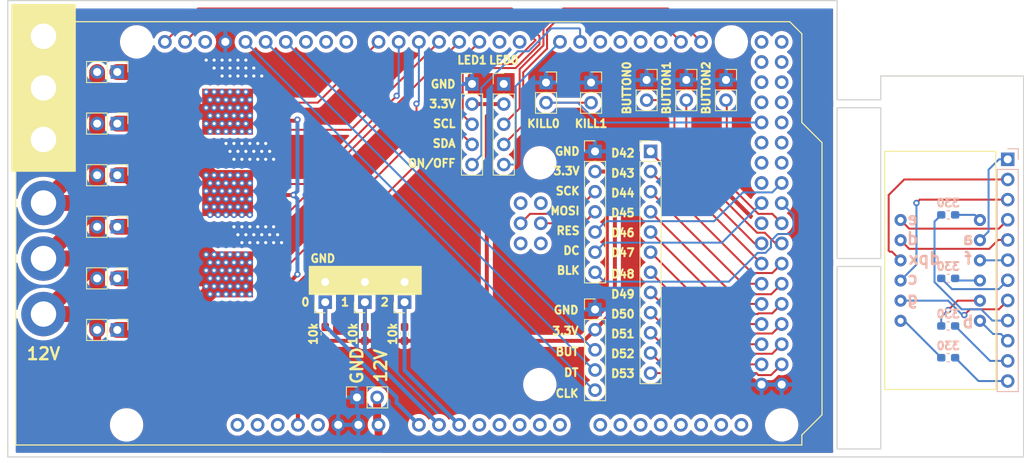
<source format=kicad_pcb>
(kicad_pcb (version 20211014) (generator pcbnew)
  (title_block (comment 4 "AISLER Project ID: KKXIVEQK"))
  (layers (0 "F.Cu" signal) (31 "B.Cu" signal) (34 "B.Paste" user) (35 "F.Paste" user) (36 "B.SilkS" user "B.Silkscreen") (37 "F.SilkS" user "F.Silkscreen") (38 "B.Mask" user) (39 "F.Mask" user) (44 "Edge.Cuts" user))
  (net 0 "")
  (net 1 "Net-(U1-Pad6)")
  (net 2 "Net-(U3-Pad6)")
  (net 3 "/MENU_BUTTON")
  (net 4 "/MENU_DT")
  (net 5 "/MENU_CLK")
  (net 9 "/TEMP_SPECIMEN")
  (net 24 "/TEC_LED0_IN")
  (net 25 "/TEC_LED1_IN")
  (net 26 "/TEC_COOLER_IN")
  (net 27 "/TEC_LED0_STATUS")
  (net 28 "/TEC_LED1_STATUS")
  (net 29 "/TEC_COOLER_STATUS")
  (net 37 "GND")
  (net 38 "+3V3")
  (net 39 "/SPI_SCK")
  (net 40 "/SPI_MOSI")
  (net 49 "/ISP_RES")
  (net 50 "/digit_pin3")
  (net 51 "/digit_pin2")
  (net 52 "/digit_pin1")
  (net 53 "/digit_pin0")
  (net 54 "/TEMP_LED0")
  (net 55 "/TEMP_LED1")
  (net 60 "Net-(R6-Pad2)")
  (net 61 "Net-(R7-Pad2)")
  (net 62 "Net-(R8-Pad2)")
  (net 63 "Net-(R9-Pad2)")
  (net 64 "+5V")
  (net 65 "/e")
  (net 66 "/d")
  (net 67 "/dpx")
  (net 68 "/c")
  (net 69 "/g")
  (net 70 "/b")
  (net 71 "/f")
  (net 72 "/a")
  (net 73 "/ISP_DC")
  (net 74 "/ISP_BLK")
  (net 77 "+12V")
  (net 78 "Net-(XA1-PadD42)")
  (net 79 "Net-(XA1-PadD43)")
  (net 80 "Net-(XA1-PadD44)")
  (net 81 "Net-(XA1-PadD45)")
  (net 82 "Net-(XA1-PadD46)")
  (net 83 "Net-(XA1-PadD47)")
  (net 85 "Net-(J11-Pad1)")
  (net 89 "Net-(XA1-PadD48)")
  (net 90 "Net-(XA1-PadD49)")
  (net 91 "Net-(XA1-PadD50)")
  (net 92 "Net-(XA1-PadD51)")
  (net 93 "Net-(XA1-PadD52)")
  (net 94 "Net-(XA1-PadD53)")
  (net 95 "/SPI_MISO")
  (net 97 "/LED0_I2C_SCL")
  (net 98 "/LED0_I2C_SDA")
  (net 99 "/LED0_ON{slash}OFF")
  (net 100 "/LED1_I2C_SCL")
  (net 101 "/LED1_I2C_SDA")
  (net 102 "/BUTTON0")
  (net 103 "/BUTTON1")
  (net 104 "/BUTTON2")
  (net 105 "/KILL0")
  (net 106 "/LED1_ON{slash}OFF")
  (footprint "Arduino:Arduino_Due_Shield" (layer "F.Cu") (at 110 123)
    (fp_text reference "XA1" hide)
    (fp_text value "Arduino_Due_Shield")
  )
  (footprint "Connector_PinSocket_2.54mm:PinSocket_1x02_P2.54mm_Vertical" (layer "F.Cu") (at 194.5 77)
    (fp_text reference "J18" hide)
    (fp_text value "BUTTON0")
  )
  (footprint "Connector_PinSocket_2.54mm:PinSocket_1x02_P2.54mm_Vertical" (layer "F.Cu") (at 189.5 77)
    (fp_text reference "J19" hide)
    (fp_text value "BUTTON1")
  )
  (footprint "Connector_PinSocket_2.54mm:PinSocket_1x02_P2.54mm_Vertical" (layer "F.Cu") (at 199.5 77)
    (fp_text reference "J20" hide)
    (fp_text value "BUTTON2")
  )
  (footprint "Connector_PinSocket_2.54mm:PinSocket_1x02_P2.54mm_Vertical" (layer "F.Cu") (at 176.825001 77.325001)
    (fp_text reference "J21" hide)
    (fp_text value "KILL0")
  )
  (footprint "Connector_PinSocket_2.54mm:PinSocket_1x02_P2.54mm_Vertical" (layer "F.Cu") (at 182.5 77.325001)
    (fp_text reference "J22" hide)
    (fp_text value "KILL1")
  )
  (footprint "Connector_PinSocket_2.54mm:PinSocket_1x02_P2.54mm_Vertical" (layer "F.Cu") (at 149 105 180)
    (fp_text reference "J1" hide)
    (fp_text value "TEMP_LED0")
  )
  (footprint "Connector_PinSocket_2.54mm:PinSocket_1x02_P2.54mm_Vertical" (layer "F.Cu") (at 154 105 180)
    (fp_text reference "J2" hide)
    (fp_text value "TEMP_LED1")
  )
  (footprint "Connector_PinSocket_2.54mm:PinSocket_1x02_P2.54mm_Vertical" (layer "F.Cu") (at 159 105 180)
    (fp_text reference "J3" hide)
    (fp_text value "TEMP_SPECIMEN")
  )
  (footprint "Resistor_SMD:R_0603_1608Metric_Pad1.05x0.95mm_HandSolder" (layer "F.Cu") (at 149 109 -90)
    (fp_text reference "R1" hide)
    (fp_text value "10k")
  )
  (footprint "Resistor_SMD:R_0603_1608Metric_Pad1.05x0.95mm_HandSolder" (layer "F.Cu") (at 154 109 -90)
    (fp_text reference "R2" hide)
    (fp_text value "10k")
  )
  (footprint "Resistor_SMD:R_0603_1608Metric_Pad1.05x0.95mm_HandSolder" (layer "F.Cu") (at 159 109 -90)
    (fp_text reference "R3" hide)
    (fp_text value "10k")
  )
  (footprint "Connector_PinSocket_2.54mm:PinSocket_1x02_P2.54mm_Vertical" (layer "F.Cu") (at 153 117 90)
    (fp_text reference "J7" hide)
    (fp_text value "POWER_12V")
  )
  (footprint "MountingHole:MountingHole_3.2mm_M3" (layer "F.Cu") (at 228 80.5)
    (fp_text reference "H11" hide)
    (fp_text value "MountingHole")
  )
  (footprint "MountingHole:MountingHole_3.2mm_M3" (layer "F.Cu") (at 228 120.5)
    (fp_text reference "H12" hide)
    (fp_text value "MountingHole")
  )
  (footprint "custom_lib:3461AS-1" (layer "F.Cu") (at 226.5 101 -90)
    (fp_text reference "U6" hide)
    (fp_text value "CC56-12EWA")
  )
  (footprint "Connector_PinHeader_2.54mm:PinHeader_1x12_P2.54mm_Vertical" (layer "F.Cu") (at 190 86)
    (fp_text reference "J14" hide)
    (fp_text value "DISPLAY")
  )
  (footprint "MountingHole:MountingHole_3.2mm_M3_DIN965_Pad_TopBottom" (layer "F.Cu") (at 113.5 71.5)
    (fp_text reference "H1" hide)
    (fp_text value "GND")
  )
  (footprint "Connector_PinHeader_2.54mm:PinHeader_1x02_P2.54mm_Vertical" (layer "F.Cu") (at 122.8 102 -90)
    (fp_text reference "J15" hide)
    (fp_text value "TEC3_COOLER")
  )
  (footprint "Connector_PinHeader_2.54mm:PinHeader_1x02_P2.54mm_Vertical" (layer "F.Cu") (at 122.8 95.5 -90)
    (fp_text reference "J11" hide)
    (fp_text value "TEC1_COOLER")
  )
  (footprint "MountingHole:MountingHole_3.2mm_M3_DIN965_Pad_TopBottom" (layer "F.Cu") (at 113.5 99.5)
    (fp_text reference "H3" hide)
    (fp_text value "12V")
  )
  (footprint "Connector_PinHeader_2.54mm:PinHeader_1x05_P2.54mm_Vertical" (layer "F.Cu") (at 171.5 77.5)
    (fp_text reference "J9" hide)
    (fp_text value "LED0_CONTROL")
  )
  (footprint "custom_lib:BTS3011" (layer "F.Cu") (at 136.7 81 90)
    (fp_text reference "U3" hide)
    (fp_text value "BTS3011")
  )
  (footprint "custom_lib:BTS3011" (layer "F.Cu") (at 136.7 101.5 90)
    (fp_text reference "U2" hide)
    (fp_text value "BTS3011")
  )
  (footprint "MountingHole:MountingHole_3.2mm_M3_DIN965_Pad_TopBottom" (layer "F.Cu") (at 113.5 84.5)
    (fp_text reference "H4" hide)
    (fp_text value "GND")
  )
  (footprint "Connector_PinHeader_2.54mm:PinHeader_1x02_P2.54mm_Vertical" (layer "F.Cu") (at 122.8 82.5 -90)
    (fp_text reference "J4" hide)
    (fp_text value "TEC_LED1")
  )
  (footprint "Connector_PinHeader_2.54mm:PinHeader_1x05_P2.54mm_Vertical" (layer "F.Cu") (at 167.5 77.5)
    (fp_text reference "J10" hide)
    (fp_text value "LED1_CONTROL")
  )
  (footprint "Connector_PinHeader_2.54mm:PinHeader_1x02_P2.54mm_Vertical" (layer "F.Cu") (at 122.8 76 -90)
    (fp_text reference "J5" hide)
    (fp_text value "TEC_LED0")
  )
  (footprint "Connector_PinHeader_2.54mm:PinHeader_1x02_P2.54mm_Vertical" (layer "F.Cu") (at 122.8 89 -90)
    (fp_text reference "J6" hide)
    (fp_text value "TEC0_COOLER")
  )
  (footprint "Connector_PinHeader_2.54mm:PinHeader_1x02_P2.54mm_Vertical" (layer "F.Cu") (at 122.8 108.5 -90)
    (fp_text reference "J12" hide)
    (fp_text value "TEC2_COOLER")
  )
  (footprint "MountingHole:MountingHole_3.2mm_M3_DIN965_Pad_TopBottom" (layer "F.Cu") (at 113.5 78)
    (fp_text reference "H6" hide)
    (fp_text value "GND")
  )
  (footprint "custom_lib:BTS3011" (layer "F.Cu") (at 136.7 91.25 90)
    (fp_text reference "U1" hide)
    (fp_text value "BTS3011")
  )
  (footprint "MountingHole:MountingHole_3.2mm_M3_DIN965_Pad_TopBottom" (layer "F.Cu") (at 113.5 92.5)
    (fp_text reference "H5" hide)
    (fp_text value "12V")
  )
  (footprint "Connector_PinHeader_2.54mm:PinHeader_1x05_P2.54mm_Vertical" (layer "F.Cu") (at 183 105.925)
    (fp_text reference "J16" hide)
    (fp_text value "MENU_BUTTON")
  )
  (footprint "Connector_PinHeader_2.54mm:PinHeader_1x07_P2.54mm_Vertical" (layer "F.Cu") (at 183 86)
    (fp_text reference "J8" hide)
    (fp_text value "ST7789_ISP_DISPLAY")
  )
  (footprint "MountingHole:MountingHole_3.2mm_M3_DIN965_Pad_TopBottom" (layer "F.Cu") (at 113.5 106.5)
    (fp_text reference "H2" hide)
    (fp_text value "12V")
  )
  (footprint "Resistor_SMD:R_0603_1608Metric_Pad1.05x0.95mm_HandSolder" (layer "B.Cu") (at 227.5 112 180)
    (fp_text reference "R9" hide)
    (fp_text value "330")
  )
  (footprint "Resistor_SMD:R_0603_1608Metric_Pad1.05x0.95mm_HandSolder" (layer "B.Cu") (at 227.5 108 180)
    (fp_text reference "R8" hide)
    (fp_text value "330")
  )
  (footprint "Resistor_SMD:R_0603_1608Metric_Pad1.05x0.95mm_HandSolder" (layer "B.Cu") (at 227.5 94)
    (fp_text reference "R6" hide)
    (fp_text value "330")
  )
  (footprint "Resistor_SMD:R_0603_1608Metric_Pad1.05x0.95mm_HandSolder" (layer "B.Cu") (at 227.5 102)
    (fp_text reference "R7" hide)
    (fp_text value "330")
  )
  (footprint "Connector_PinHeader_2.54mm:PinHeader_1x12_P2.54mm_Vertical" (layer "B.Cu") (at 235 87 180)
    (fp_text reference "J13" hide)
    (fp_text value "DISPLAY" hide)
  )
  (gr_rect (start 109.5 67.5) (end 117.5 88.5) (layer "F.SilkS") (width 0.15) (fill solid))
  (gr_poly (pts (xy 147 100.5) (xy 161.09 100.5) (xy 161.09 104) (xy 147 104)) (layer "F.SilkS") (width 0.15) (fill solid))
  (gr_line (start 219 123.5) (end 213.5 123.5) (layer "Edge.Cuts") (width 0.15))
  (gr_line (start 109 124.5) (end 109 67) (layer "Edge.Cuts") (width 0.15))
  (gr_line (start 213.5 99.5) (end 213.5 80.5) (layer "Edge.Cuts") (width 0.15))
  (gr_line (start 237 76.5) (end 219 76.5) (layer "Edge.Cuts") (width 0.15))
  (gr_line (start 213.5 123.5) (end 213.5 100.5) (layer "Edge.Cuts") (width 0.15))
  (gr_line (start 237 76.5) (end 237 124.5) (layer "Edge.Cuts") (width 0.15))
  (gr_line (start 219 100.5) (end 219 123.5) (layer "Edge.Cuts") (width 0.15))
  (gr_line (start 219 76.5) (end 219 79.5) (layer "Edge.Cuts") (width 0.15))
  (gr_line (start 213.5 80.5) (end 219 80.5) (layer "Edge.Cuts") (width 0.15))
  (gr_line (start 213.5 79.5) (end 213.5 67) (layer "Edge.Cuts") (width 0.15))
  (gr_line (start 219 79.5) (end 213.5 79.5) (layer "Edge.Cuts") (width 0.15))
  (gr_line (start 109 67) (end 213.5 67) (layer "Edge.Cuts") (width 0.15))
  (gr_line (start 109 124.5) (end 213.5 124.5) (layer "Edge.Cuts") (width 0.15))
  (gr_line (start 213.5 100.5) (end 219 100.5) (layer "Edge.Cuts") (width 0.15))
  (gr_line (start 219 80.5) (end 219 99.5) (layer "Edge.Cuts") (width 0.15))
  (gr_line (start 219 99.5) (end 213.5 99.5) (layer "Edge.Cuts") (width 0.15))
  (gr_line (start 237 124.5) (end 213.5 124.5) (layer "Edge.Cuts") (width 0.15))
  (gr_text "a" (at 230 97) (layer "B.SilkS") (effects (font (size 1.5 1.5) (thickness 0.3)) (justify mirror)))
  (gr_text "330" (at 227.5 92.5) (layer "B.SilkS") (effects (font (size 1 1) (thickness 0.25)) (justify mirror)))
  (gr_text "330" (at 227.5 110.5) (layer "B.SilkS") (effects (font (size 1 1) (thickness 0.25)) (justify mirror)))
  (gr_text "f" (at 230 99.5) (layer "B.SilkS") (effects (font (size 1.5 1.5) (thickness 0.3)) (justify mirror)))
  (gr_text "g" (at 223 104.5) (layer "B.SilkS") (effects (font (size 1.5 1.5) (thickness 0.3)) (justify mirror)))
  (gr_text "b" (at 230 107.5) (layer "B.SilkS") (effects (font (size 1.5 1.5) (thickness 0.3)) (justify mirror)))
  (gr_text "c" (at 223 102) (layer "B.SilkS") (effects (font (size 1.5 1.5) (thickness 0.3)) (justify mirror)))
  (gr_text "330" (at 227.5 100.5) (layer "B.SilkS") (effects (font (size 1 1) (thickness 0.25)) (justify mirror)))
  (gr_text "330" (at 227.5 106.5) (layer "B.SilkS") (effects (font (size 1 1) (thickness 0.25)) (justify mirror)))
  (gr_text "dpx" (at 224.5 99.5) (layer "B.SilkS") (effects (font (size 1.5 1.5) (thickness 0.3)) (justify mirror)))
  (gr_text "d" (at 223 97) (layer "B.SilkS") (effects (font (size 1.5 1.5) (thickness 0.3)) (justify mirror)))
  (gr_text "e" (at 223 94.5) (layer "B.SilkS") (effects (font (size 1.5 1.5) (thickness 0.3)) (justify mirror)))
  (gr_text "KILL0" (at 176.5 82.5) (layer "F.SilkS") (effects (font (size 1 1) (thickness 0.25))))
  (gr_text "BUTTON0" (at 187 78 90) (layer "F.SilkS") (effects (font (size 1 1) (thickness 0.25))))
  (gr_text "BUTTON2" (at 197 78 90) (layer "F.SilkS") (effects (font (size 1 1) (thickness 0.25))))
  (gr_text "GND" (at 148.7 99.5) (layer "F.SilkS") (effects (font (size 1 1) (thickness 0.25))))
  (gr_text "0" (at 146.5 105) (layer "F.SilkS") (effects (font (size 1 1) (thickness 0.25))))
  (gr_text "D49" (at 186.5 104) (layer "F.SilkS") (effects (font (size 1 1) (thickness 0.25))))
  (gr_text "D48" (at 186.5 101.46) (layer "F.SilkS") (effects (font (size 1 1) (thickness 0.25))))
  (gr_text "D42" (at 186.5 86.22) (layer "F.SilkS") (effects (font (size 1 1) (thickness 0.25))))
  (gr_text "D44" (at 186.5 91.26) (layer "F.SilkS") (effects (font (size 1 1) (thickness 0.25))))
  (gr_text "D43" (at 186.5 88.76) (layer "F.SilkS") (effects (font (size 1 1) (thickness 0.25))))
  (gr_text "D46" (at 186.5 96.26) (layer "F.SilkS") (effects (font (size 1 1) (thickness 0.25))))
  (gr_text "D45" (at 186.5 93.76) (layer "F.SilkS") (effects (font (size 1 1) (thickness 0.25))))
  (gr_text "D47" (at 186.5 98.76) (layer "F.SilkS") (effects (font (size 1 1) (thickness 0.25))))
  (gr_text "10k" (at 147.5 109 90) (layer "F.SilkS") (effects (font (size 1 1) (thickness 0.25))))
  (gr_text "GND" (at 153 113 90) (layer "F.SilkS") (effects (font (size 1.5 1.5) (thickness 0.3))))
  (gr_text "12V" (at 156 113 90) (layer "F.SilkS") (effects (font (size 1.5 1.5) (thickness 0.3))))
  (gr_text "2" (at 156.5 105) (layer "F.SilkS") (effects (font (size 1 1) (thickness 0.25))))
  (gr_text "1" (at 151.5 105) (layer "F.SilkS") (effects (font (size 1 1) (thickness 0.25))))
  (gr_text "DT" (at 180 113.875) (layer "F.SilkS") (effects (font (size 1 1) (thickness 0.25))))
  (gr_text "ON/OFF" (at 162.428572 87.5) (layer "F.SilkS") (effects (font (size 1 1) (thickness 0.25))))
  (gr_text "D50" (at 186.5 106.5) (layer "F.SilkS") (effects (font (size 1 1) (thickness 0.25))))
  (gr_text "3.3V" (at 179.261905 108.625) (layer "F.SilkS") (effects (font (size 1 1) (thickness 0.25))))
  (gr_text "KILL1" (at 182.5 82.5) (layer "F.SilkS") (effects (font (size 1 1) (thickness 0.25))))
  (gr_text "DC" (at 180.02381 98.5) (layer "F.SilkS") (effects (font (size 1 1) (thickness 0.25))))
  (gr_text "GND" (at 179.357143 106) (layer "F.SilkS") (effects (font (size 1 1) (thickness 0.25))))
  (gr_text "GND" (at 163.857143 77.529232) (layer "F.SilkS") (effects (font (size 1 1) (thickness 0.25))))
  (gr_text "10k" (at 152.5 109 90) (layer "F.SilkS") (effects (font (size 1 1) (thickness 0.25))))
  (gr_text "SCK" (at 179.547619 91) (layer "F.SilkS") (effects (font (size 1 1) (thickness 0.25))))
  (gr_text "RES" (at 179.595238 96) (layer "F.SilkS") (effects (font (size 1 1) (thickness 0.25))))
  (gr_text "SDA" (at 163.976191 85.007308) (layer "F.SilkS") (effects (font (size 1 1) (thickness 0.25))))
  (gr_text "12V" (at 113.5 111.5) (layer "F.SilkS") (effects (font (size 1.5 1.5) (thickness 0.3))))
  (gr_text "D52" (at 186.5 111.5) (layer "F.SilkS") (effects (font (size 1 1) (thickness 0.25))))
  (gr_text "SCL" (at 164 82.514616) (layer "F.SilkS") (effects (font (size 1 1) (thickness 0.25))))
  (gr_text "LED0" (at 171.5 74.5) (layer "F.SilkS") (effects (font (size 1 1) (thickness 0.25))))
  (gr_text "CLK" (at 179.476191 116.5) (layer "F.SilkS") (effects (font (size 1 1) (thickness 0.25))))
  (gr_text "BUT\n" (at 179.476191 111.25) (layer "F.SilkS") (effects (font (size 1 1) (thickness 0.25))))
  (gr_text "D53" (at 186.5 114) (layer "F.SilkS") (effects (font (size 1 1) (thickness 0.25))))
  (gr_text "10k" (at 157.5 109 90) (layer "F.SilkS") (effects (font (size 1 1) (thickness 0.25))))
  (gr_text "MOSI" (at 179.214286 93.5) (layer "F.SilkS") (effects (font (size 1 1) (thickness 0.25))))
  (gr_text "LED1" (at 167.5 74.5) (layer "F.SilkS") (effects (font (size 1 1) (thickness 0.25))))
  (gr_text "GND" (at 179.5 86) (layer "F.SilkS") (effects (font (size 1 1) (thickness 0.25))))
  (gr_text "D51" (at 186.5 109) (layer "F.SilkS") (effects (font (size 1 1) (thickness 0.25))))
  (gr_text "BLK" (at 179.619048 101) (layer "F.SilkS") (effects (font (size 1 1) (thickness 0.25))))
  (gr_text "BUTTON1" (at 192 78 90) (layer "F.SilkS") (effects (font (size 1 1) (thickness 0.25))))
  (gr_text "3.3V" (at 179.404762 88.470768) (layer "F.SilkS") (effects (font (size 1 1) (thickness 0.25))))
  (gr_text "3.3V" (at 163.761905 80.021924) (layer "F.SilkS") (effects (font (size 1 1) (thickness 0.25))))
  (segment (start 127.95 82.5) (end 136.7 91.25) (width 2) (layer "F.Cu") (net 1))
  (segment (start 122.8 82.5) (end 127.95 82.5) (width 2) (layer "F.Cu") (net 1))
  (via (at 134.5 92) (size 0.8) (drill 0.4) (layers "F.Cu" "B.Cu") (net 1))
  (via (at 137.5 92) (size 0.8) (drill 0.4) (layers "F.Cu" "B.Cu") (net 1))
  (via (at 139 91) (size 0.8) (drill 0.4) (layers "F.Cu" "B.Cu") (net 1))
  (via (at 134.5 90) (size 0.8) (drill 0.4) (layers "F.Cu" "B.Cu") (net 1))
  (via (at 137 89) (size 0.8) (drill 0.4) (layers "F.Cu" "B.Cu") (net 1))
  (via (at 139 93) (size 0.8) (drill 0.4) (layers "F.Cu" "B.Cu") (net 1))
  (via (at 135 91) (size 0.8) (drill 0.4) (layers "F.Cu" "B.Cu") (net 1))
  (via (at 137.5 94) (size 0.8) (drill 0.4) (layers "F.Cu" "B.Cu") (net 1))
  (via (at 134 91) (size 0.8) (drill 0.4) (layers "F.Cu" "B.Cu") (net 1))
  (via (at 139.5 92) (size 0.8) (drill 0.4) (layers "F.Cu" "B.Cu") (net 1))
  (via (at 135.5 92) (size 0.8) (drill 0.4) (layers "F.Cu" "B.Cu") (net 1))
  (via (at 138 91) (size 0.8) (drill 0.4) (layers "F.Cu" "B.Cu") (net 1))
  (via (at 135.5 94) (size 0.8) (drill 0.4) (layers "F.Cu" "B.Cu") (net 1))
  (via (at 135.5 90) (size 0.8) (drill 0.4) (layers "F.Cu" "B.Cu") (net 1))
  (via (at 138.5 94) (size 0.8) (drill 0.4) (layers "F.Cu" "B.Cu") (net 1))
  (via (at 139 89) (size 0.8) (drill 0.4) (layers "F.Cu" "B.Cu") (net 1))
  (via (at 134.5 94) (size 0.8) (drill 0.4) (layers "F.Cu" "B.Cu") (net 1))
  (via (at 136.5 92) (size 0.8) (drill 0.4) (layers "F.Cu" "B.Cu") (net 1))
  (via (at 138.5 90) (size 0.8) (drill 0.4) (layers "F.Cu" "B.Cu") (net 1))
  (via (at 138 93) (size 0.8) (drill 0.4) (layers "F.Cu" "B.Cu") (net 1))
  (via (at 134 93) (size 0.8) (drill 0.4) (layers "F.Cu" "B.Cu") (net 1))
  (via (at 135 93) (size 0.8) (drill 0.4) (layers "F.Cu" "B.Cu") (net 1))
  (via (at 136 91) (size 0.8) (drill 0.4) (layers "F.Cu" "B.Cu") (net 1))
  (via (at 135 89) (size 0.8) (drill 0.4) (layers "F.Cu" "B.Cu") (net 1))
  (via (at 137 93) (size 0.8) (drill 0.4) (layers "F.Cu" "B.Cu") (net 1))
  (via (at 136.5 94) (size 0.8) (drill 0.4) (layers "F.Cu" "B.Cu") (net 1))
  (via (at 138 89) (size 0.8) (drill 0.4) (layers "F.Cu" "B.Cu") (net 1))
  (via (at 137.5 90) (size 0.8) (drill 0.4) (layers "F.Cu" "B.Cu") (net 1))
  (via (at 139.5 90) (size 0.8) (drill 0.4) (layers "F.Cu" "B.Cu") (net 1))
  (via (at 136 89) (size 0.8) (drill 0.4) (layers "F.Cu" "B.Cu") (net 1))
  (via (at 134 89) (size 0.8) (drill 0.4) (layers "F.Cu" "B.Cu") (net 1))
  (via (at 136 93) (size 0.8) (drill 0.4) (layers "F.Cu" "B.Cu") (net 1))
  (via (at 139.5 94) (size 0.8) (drill 0.4) (layers "F.Cu" "B.Cu") (net 1))
  (via (at 136.5 90) (size 0.8) (drill 0.4) (layers "F.Cu" "B.Cu") (net 1))
  (via (at 138.5 92) (size 0.8) (drill 0.4) (layers "F.Cu" "B.Cu") (net 1))
  (via (at 137 91) (size 0.8) (drill 0.4) (layers "F.Cu" "B.Cu") (net 1))
  (segment (start 126.3 76) (end 131.3 81) (width 2) (layer "F.Cu") (net 2))
  (segment (start 122.8 76) (end 126.3 76) (width 2) (layer "F.Cu") (net 2))
  (segment (start 131.3 81) (end 136.7 81) (width 2) (layer "F.Cu") (net 2))
  (via (at 138.5 83.5) (size 0.8) (drill 0.4) (layers "F.Cu" "B.Cu") (net 2))
  (via (at 136.5 83.5) (size 0.8) (drill 0.4) (layers "F.Cu" "B.Cu") (net 2))
  (via (at 134.5 79.5) (size 0.8) (drill 0.4) (layers "F.Cu" "B.Cu") (net 2))
  (via (at 139.5 83.5) (size 0.8) (drill 0.4) (layers "F.Cu" "B.Cu") (net 2))
  (via (at 138.5 81.5) (size 0.8) (drill 0.4) (layers "F.Cu" "B.Cu") (net 2))
  (via (at 138.5 79.5) (size 0.8) (drill 0.4) (layers "F.Cu" "B.Cu") (net 2))
  (via (at 136 78.5) (size 0.8) (drill 0.4) (layers "F.Cu" "B.Cu") (net 2))
  (via (at 134 80.5) (size 0.8) (drill 0.4) (layers "F.Cu" "B.Cu") (net 2))
  (via (at 139.5 79.5) (size 0.8) (drill 0.4) (layers "F.Cu" "B.Cu") (net 2))
  (via (at 136 80.5) (size 0.8) (drill 0.4) (layers "F.Cu" "B.Cu") (net 2))
  (via (at 137.5 81.5) (size 0.8) (drill 0.4) (layers "F.Cu" "B.Cu") (net 2))
  (via (at 134 78.5) (size 0.8) (drill 0.4) (layers "F.Cu" "B.Cu") (net 2))
  (via (at 134.5 83.5) (size 0.8) (drill 0.4) (layers "F.Cu" "B.Cu") (net 2))
  (via (at 134 82.5) (size 0.8) (drill 0.4) (layers "F.Cu" "B.Cu") (net 2))
  (via (at 138 80.5) (size 0.8) (drill 0.4) (layers "F.Cu" "B.Cu") (net 2))
  (via (at 138 82.5) (size 0.8) (drill 0.4) (layers "F.Cu" "B.Cu") (net 2))
  (via (at 137 80.5) (size 0.8) (drill 0.4) (layers "F.Cu" "B.Cu") (net 2))
  (via (at 134.5 81.5) (size 0.8) (drill 0.4) (layers "F.Cu" "B.Cu") (net 2))
  (via (at 139.5 81.5) (size 0.8) (drill 0.4) (layers "F.Cu" "B.Cu") (net 2))
  (via (at 135 80.5) (size 0.8) (drill 0.4) (layers "F.Cu" "B.Cu") (net 2))
  (via (at 138 78.5) (size 0.8) (drill 0.4) (layers "F.Cu" "B.Cu") (net 2))
  (via (at 136.5 81.5) (size 0.8) (drill 0.4) (layers "F.Cu" "B.Cu") (net 2))
  (via (at 135 78.5) (size 0.8) (drill 0.4) (layers "F.Cu" "B.Cu") (net 2))
  (via (at 139 78.5) (size 0.8) (drill 0.4) (layers "F.Cu" "B.Cu") (net 2))
  (via (at 135.5 83.5) (size 0.8) (drill 0.4) (layers "F.Cu" "B.Cu") (net 2))
  (via (at 137 78.5) (size 0.8) (drill 0.4) (layers "F.Cu" "B.Cu") (net 2))
  (via (at 139 82.5) (size 0.8) (drill 0.4) (layers "F.Cu" "B.Cu") (net 2))
  (via (at 136.5 79.5) (size 0.8) (drill 0.4) (layers "F.Cu" "B.Cu") (net 2))
  (via (at 137 82.5) (size 0.8) (drill 0.4) (layers "F.Cu" "B.Cu") (net 2))
  (via (at 137.5 79.5) (size 0.8) (drill 0.4) (layers "F.Cu" "B.Cu") (net 2))
  (via (at 135.5 79.5) (size 0.8) (drill 0.4) (layers "F.Cu" "B.Cu") (net 2))
  (via (at 135 82.5) (size 0.8) (drill 0.4) (layers "F.Cu" "B.Cu") (net 2))
  (via (at 139 80.5) (size 0.8) (drill 0.4) (layers "F.Cu" "B.Cu") (net 2))
  (via (at 137.5 83.5) (size 0.8) (drill 0.4) (layers "F.Cu" "B.Cu") (net 2))
  (via (at 135.5 81.5) (size 0.8) (drill 0.4) (layers "F.Cu" "B.Cu") (net 2))
  (via (at 136 82.5) (size 0.8) (drill 0.4) (layers "F.Cu" "B.Cu") (net 2))
  (segment (start 182.841 111.005) (end 183 111.005) (width 0.25) (layer "B.Cu") (net 3))
  (segment (start 144.036 72.2) (end 182.841 111.005) (width 0.25) (layer "B.Cu") (net 3))
  (segment (start 141.496 72.2) (end 182.841 113.545) (width 0.25) (layer "B.Cu") (net 4))
  (segment (start 182.841 113.545) (end 183 113.545) (width 0.25) (layer "B.Cu") (net 4))
  (segment (start 182.841 116.085) (end 183 116.085) (width 0.25) (layer "B.Cu") (net 5))
  (segment (start 138.956 72.2) (end 182.841 116.085) (width 0.25) (layer "B.Cu") (net 5))
  (segment (start 159 105) (end 159 108.125) (width 0.5) (layer "F.Cu") (net 9))
  (segment (start 159 113.58) (end 165.88 120.46) (width 0.5) (layer "B.Cu") (net 9))
  (segment (start 159 105) (end 159 113.58) (width 0.5) (layer "B.Cu") (net 9))
  (segment (start 143 83.28) (end 152.26 83.28) (width 0.25) (layer "F.Cu") (net 24))
  (segment (start 152.26 83.28) (end 163.34 72.2) (width 0.25) (layer "F.Cu") (net 24))
  (segment (start 165.88 72.2) (end 144.55 93.53) (width 0.25) (layer "F.Cu") (net 25))
  (segment (start 144.55 93.53) (end 143 93.53) (width 0.25) (layer "F.Cu") (net 25))
  (segment (start 161.565 86.565) (end 144.35 103.78) (width 0.25) (layer "F.Cu") (net 26))
  (segment (start 168.42 72.2) (end 161.565 79.055) (width 0.25) (layer "F.Cu") (net 26))
  (segment (start 161.565 79.055) (end 161.565 86.565) (width 0.25) (layer "F.Cu") (net 26))
  (segment (start 144.35 103.78) (end 143 103.78) (width 0.25) (layer "F.Cu") (net 26))
  (segment (start 155.72 72.2) (end 148.06 79.86) (width 0.25) (layer "F.Cu") (net 27))
  (segment (start 148.06 79.86) (end 143 79.86) (width 0.25) (layer "F.Cu") (net 27))
  (segment (start 146.89 90.11) (end 158 79) (width 0.25) (layer "F.Cu") (net 28))
  (segment (start 143 90.11) (end 146.89 90.11) (width 0.25) (layer "F.Cu") (net 28))
  (via (at 158 79) (size 0.8) (drill 0.4) (layers "F.Cu" "B.Cu") (net 28))
  (segment (start 158 79) (end 158.26 78.74) (width 0.25) (layer "B.Cu") (net 28))
  (segment (start 158.26 78.74) (end 158.26 72.2) (width 0.25) (layer "B.Cu") (net 28))
  (segment (start 143 100.36) (end 144.35 100.36) (width 0.25) (layer "F.Cu") (net 29))
  (segment (start 144.35 100.36) (end 160.5 84.21) (width 0.25) (layer "F.Cu") (net 29))
  (segment (start 160.5 84.21) (end 160.5 80) (width 0.25) (layer "F.Cu") (net 29))
  (via (at 160.5 80) (size 0.8) (drill 0.4) (layers "F.Cu" "B.Cu") (net 29))
  (segment (start 160.5 80) (end 160.8 79.7) (width 0.25) (layer "B.Cu") (net 29))
  (segment (start 160.8 79.7) (end 160.8 72.2) (width 0.25) (layer "B.Cu") (net 29))
  (via (at 141 86) (size 0.8) (drill 0.4) (layers "F.Cu" "B.Cu") (net 37))
  (via (at 140.5 97.5) (size 0.8) (drill 0.4) (layers "F.Cu" "B.Cu") (net 37))
  (via (at 139 75.5) (size 0.8) (drill 0.4) (layers "F.Cu" "B.Cu") (net 37))
  (via (at 134 74.5) (size 0.8) (drill 0.4) (layers "F.Cu" "B.Cu") (net 37))
  (via (at 140.5 85) (size 0.8) (drill 0.4) (layers "F.Cu" "B.Cu") (net 37))
  (via (at 137 75.5) (size 0.8) (drill 0.4) (layers "F.Cu" "B.Cu") (net 37))
  (via (at 135 74.5) (size 0.8) (drill 0.4) (layers "F.Cu" "B.Cu") (net 37))
  (via (at 141.5 85) (size 0.8) (drill 0.4) (layers "F.Cu" "B.Cu") (net 37))
  (via (at 136 74.5) (size 0.8) (drill 0.4) (layers "F.Cu" "B.Cu") (net 37))
  (via (at 139 74.5) (size 0.8) (drill 0.4) (layers "F.Cu" "B.Cu") (net 37))
  (via (at 135 75.5) (size 0.8) (drill 0.4) (layers "F.Cu" "B.Cu") (net 37))
  (via (at 141.5 97.5) (size 0.8) (drill 0.4) (layers "F.Cu" "B.Cu") (net 37))
  (via (at 138 76.5) (size 0.8) (drill 0.4) (layers "F.Cu" "B.Cu") (net 37))
  (via (at 143 96.5) (size 0.8) (drill 0.4) (layers "F.Cu" "B.Cu") (net 37))
  (via (at 143.5 97.5) (size 0.8) (drill 0.4) (layers "F.Cu" "B.Cu") (net 37))
  (via (at 141 96.5) (size 0.8) (drill 0.4) (layers "F.Cu" "B.Cu") (net 37))
  (via (at 138 74.5) (size 0.8) (drill 0.4) (layers "F.Cu" "B.Cu") (net 37))
  (via (at 141.5 95.5) (size 0.8) (drill 0.4) (layers "F.Cu" "B.Cu") (net 37))
  (via (at 142 96.5) (size 0.8) (drill 0.4) (layers "F.Cu" "B.Cu") (net 37))
  (via (at 137 76.5) (size 0.8) (drill 0.4) (layers "F.Cu" "B.Cu") (net 37))
  (via (at 137 74.5) (size 0.8) (drill 0.4) (layers "F.Cu" "B.Cu") (net 37))
  (via (at 142.5 87) (size 0.8) (drill 0.4) (layers "F.Cu" "B.Cu") (net 37))
  (via (at 138.5 97.5) (size 0.8) (drill 0.4) (layers "F.Cu" "B.Cu") (net 37))
  (via (at 137.5 87) (size 0.8) (drill 0.4) (layers "F.Cu" "B.Cu") (net 37))
  (via (at 141.5 87) (size 0.8) (drill 0.4) (layers "F.Cu" "B.Cu") (net 37))
  (via (at 137.5 85) (size 0.8) (drill 0.4) (layers "F.Cu" "B.Cu") (net 37))
  (via (at 136 76.5) (size 0.8) (drill 0.4) (layers "F.Cu" "B.Cu") (net 37))
  (via (at 138 75.5) (size 0.8) (drill 0.4) (layers "F.Cu" "B.Cu") (net 37))
  (via (at 140 75.5) (size 0.8) (drill 0.4) (layers "F.Cu" "B.Cu") (net 37))
  (via (at 139.5 97.5) (size 0.8) (drill 0.4) (layers "F.Cu" "B.Cu") (net 37))
  (via (at 142 86) (size 0.8) (drill 0.4) (layers "F.Cu" "B.Cu") (net 37))
  (via (at 138.5 85) (size 0.8) (drill 0.4) (layers "F.Cu" "B.Cu") (net 37))
  (via (at 139.5 85) (size 0.8) (drill 0.4) (layers "F.Cu" "B.Cu") (net 37))
  (via (at 138 86) (size 0.8) (drill 0.4) (layers "F.Cu" "B.Cu") (net 37))
  (via (at 138.5 87) (size 0.8) (drill 0.4) (layers "F.Cu" "B.Cu") (net 37))
  (via (at 139.5 87) (size 0.8) (drill 0.4) (layers "F.Cu" "B.Cu") (net 37))
  (via (at 141 76.5) (size 0.8) (drill 0.4) (layers "F.Cu" "B.Cu") (net 37))
  (via (at 137 86) (size 0.8) (drill 0.4) (layers "F.Cu" "B.Cu") (net 37))
  (via (at 138 96.5) (size 0.8) (drill 0.4) (layers "F.Cu" "B.Cu") (net 37))
  (via (at 140 76.5) (size 0.8) (drill 0.4) (layers "F.Cu" "B.Cu") (net 37))
  (via (at 142.5 97.5) (size 0.8) (drill 0.4) (layers "F.Cu" "B.Cu") (net 37))
  (via (at 140.5 87) (size 0.8) (drill 0.4) (layers "F.Cu" "B.Cu") (net 37))
  (via (at 139 76.5) (size 0.8) (drill 0.4) (layers "F.Cu" "B.Cu") (net 37))
  (via (at 139 86) (size 0.8) (drill 0.4) (layers "F.Cu" "B.Cu") (net 37))
  (via (at 136 75.5) (size 0.8) (drill 0.4) (layers "F.Cu" "B.Cu") (net 37))
  (via (at 139 96.5) (size 0.8) (drill 0.4) (layers "F.Cu" "B.Cu") (net 37))
  (via (at 142.5 95.5) (size 0.8) (drill 0.4) (layers "F.Cu" "B.Cu") (net 37))
  (via (at 140 96.5) (size 0.8) (drill 0.4) (layers "F.Cu" "B.Cu") (net 37))
  (via (at 136.5 85) (size 0.8) (drill 0.4) (layers "F.Cu" "B.Cu") (net 37))
  (via (at 137.5 95.5) (size 0.8) (drill 0.4) (layers "F.Cu" "B.Cu") (net 37))
  (via (at 139.5 95.5) (size 0.8) (drill 0.4) (layers "F.Cu" "B.Cu") (net 37))
  (via (at 138.5 95.5) (size 0.8) (drill 0.4) (layers "F.Cu" "B.Cu") (net 37))
  (via (at 140 86) (size 0.8) (drill 0.4) (layers "F.Cu" "B.Cu") (net 37))
  (via (at 140.5 95.5) (size 0.8) (drill 0.4) (layers "F.Cu" "B.Cu") (net 37))
  (segment (start 169.54 81.384996) (end 169.364997 81.559999) (width 0.5) (layer "F.Cu") (net 38))
  (segment (start 183 88.54) (end 185.04 88.54) (width 0.5) (layer "F.Cu") (net 38))
  (segment (start 169.54 80.04) (end 169.54 81.384996) (width 0.5) (layer "F.Cu") (net 38))
  (segment (start 168.625 109.875) (end 181.59 109.875) (width 0.5) (layer "F.Cu") (net 38))
  (segment (start 143 102.64) (end 144.36 102.64) (width 0.5) (layer "F.Cu") (net 38))
  (segment (start 145.56 120.46) (end 145.56 113.315) (width 0.5) (layer "F.Cu") (net 38))
  (segment (start 145.56 110.56) (end 145.56 120.46) (width 0.5) (layer "F.Cu") (net 38))
  (segment (start 185.5 105.965) (end 183 108.465) (width 0.5) (layer "F.Cu") (net 38))
  (segment (start 169.364997 81.559999) (end 169.364997 109.135003) (width 0.5) (layer "F.Cu") (net 38))
  (segment (start 141 103) (end 141 106) (width 0.5) (layer "F.Cu") (net 38))
  (segment (start 143.89 91.5) (end 143 92.39) (width 0.5) (layer "F.Cu") (net 38))
  (segment (start 181.59 109.875) (end 183 108.465) (width 0.5) (layer "F.Cu") (net 38))
  (segment (start 145.36 82.14) (end 145.5 82) (width 0.5) (layer "F.Cu") (net 38))
  (segment (start 144.36 102.64) (end 145.5 101.5) (width 0.5) (layer "F.Cu") (net 38))
  (segment (start 185.5 89) (end 185.5 105.965) (width 0.5) (layer "F.Cu") (net 38))
  (segment (start 141 106) (end 145.56 110.56) (width 0.5) (layer "F.Cu") (net 38))
  (segment (start 149 109.875) (end 168.625 109.875) (width 0.5) (layer "F.Cu") (net 38))
  (segment (start 141.36 102.64) (end 141 103) (width 0.5) (layer "F.Cu") (net 38))
  (segment (start 145 91.5) (end 143.89 91.5) (width 0.5) (layer "F.Cu") (net 38))
  (segment (start 167.5 80.04) (end 169.54 80.04) (width 0.5) (layer "F.Cu") (net 38))
  (segment (start 143 102.64) (end 141.36 102.64) (width 0.5) (layer "F.Cu") (net 38))
  (segment (start 169.364997 109.135003) (end 168.625 109.875) (width 0.5) (layer "F.Cu") (net 38))
  (segment (start 169.54 80.04) (end 171.5 80.04) (width 0.5) (layer "F.Cu") (net 38))
  (segment (start 148.315 110.56) (end 149 109.875) (width 0.5) (layer "F.Cu") (net 38))
  (segment (start 185.04 88.54) (end 185.5 89) (width 0.5) (layer "F.Cu") (net 38))
  (segment (start 145.56 110.56) (end 148.315 110.56) (width 0.5) (layer "F.Cu") (net 38))
  (segment (start 143 82.14) (end 145.36 82.14) (width 0.5) (layer "F.Cu") (net 38))
  (via (at 145.5 101.5) (size 0.8) (drill 0.4) (layers "F.Cu" "B.Cu") (net 38))
  (via (at 145 91.5) (size 0.8) (drill 0.4) (layers "F.Cu" "B.Cu") (net 38))
  (via (at 145.5 82) (size 0.8) (drill 0.4) (layers "F.Cu" "B.Cu") (net 38))
  (segment (start 145.5 101.5) (end 145.5 92) (width 0.5) (layer "B.Cu") (net 38))
  (segment (start 145.5 91) (end 145 91.5) (width 0.5) (layer "B.Cu") (net 38))
  (segment (start 145.5 82) (end 145.5 91) (width 0.5) (layer "B.Cu") (net 38))
  (segment (start 145.5 92) (end 145 91.5) (width 0.5) (layer "B.Cu") (net 38))
  (segment (start 173.627 95.06) (end 174.8156 93.8714) (width 0.25) (layer "F.Cu") (net 39))
  (segment (start 180.2086 93.8714) (end 183 91.08) (width 0.25) (layer "F.Cu") (net 39))
  (segment (start 174.8156 93.8714) (end 180.2086 93.8714) (width 0.25) (layer "F.Cu") (net 39))
  (segment (start 176.167 95.06) (end 181.56 95.06) (width 0.25) (layer "F.Cu") (net 40))
  (segment (start 181.56 95.06) (end 183 93.62) (width 0.25) (layer "F.Cu") (net 40))
  (segment (start 183 96.16) (end 184.365 94.795) (width 0.25) (layer "B.Cu") (net 49))
  (segment (start 201.6228 91.1686) (end 205.3314 91.1686) (width 0.25) (layer "B.Cu") (net 49))
  (segment (start 197.9964 94.795) (end 201.6228 91.1686) (width 0.25) (layer "B.Cu") (net 49))
  (segment (start 205.3314 91.1686) (end 206.52 89.98) (width 0.25) (layer "B.Cu") (net 49))
  (segment (start 184.365 94.795) (end 197.9964 94.795) (width 0.25) (layer "B.Cu") (net 49))
  (segment (start 231.315 114.94) (end 228.375 112) (width 0.25) (layer "B.Cu") (net 50))
  (segment (start 235 114.94) (end 231.315 114.94) (width 0.25) (layer "B.Cu") (net 50))
  (segment (start 232.775 112.4) (end 235 112.4) (width 0.25) (layer "B.Cu") (net 51))
  (segment (start 228.375 108) (end 232.775 112.4) (width 0.25) (layer "B.Cu") (net 51))
  (segment (start 233.882999 103.357001) (end 234.150001 103.089999) (width 0.25) (layer "B.Cu") (net 52))
  (segment (start 227.982001 103.357001) (end 233.882999 103.357001) (width 0.25) (layer "B.Cu") (net 52))
  (segment (start 234.150001 103.089999) (end 235 102.24) (width 0.25) (layer "B.Cu") (net 52))
  (segment (start 226.625 102) (end 227.982001 103.357001) (width 0.25) (layer "B.Cu") (net 52))
  (segment (start 229.201491 105.897001) (end 225.77499 102.4705) (width 0.25) (layer "B.Cu") (net 53))
  (segment (start 235 107.32) (end 233.078762 107.32) (width 0.25) (layer "B.Cu") (net 53))
  (segment (start 225.77499 102.4705) (end 225.77499 94.85001) (width 0.25) (layer "B.Cu") (net 53))
  (segment (start 225.77499 94.85001) (end 226.125928 94.499072) (width 0.25) (layer "B.Cu") (net 53))
  (segment (start 233.078762 107.32) (end 231.655763 105.897001) (width 0.25) (layer "B.Cu") (net 53))
  (segment (start 226.125928 94.499072) (end 226.625 94) (width 0.25) (layer "B.Cu") (net 53))
  (segment (start 231.655763 105.897001) (end 229.201491 105.897001) (width 0.25) (layer "B.Cu") (net 53))
  (segment (start 149 105) (end 149 106.1) (width 0.5) (layer "F.Cu") (net 54))
  (segment (start 149 106.1) (end 149 108.125) (width 0.5) (layer "F.Cu") (net 54))
  (segment (start 158 117.66) (end 158 117) (width 0.5) (layer "B.Cu") (net 54))
  (segment (start 160.8 120.46) (end 158 117.66) (width 0.5) (layer "B.Cu") (net 54))
  (segment (start 149 108) (end 149 105) (width 0.5) (layer "B.Cu") (net 54))
  (segment (start 158 117) (end 149 108) (width 0.5) (layer "B.Cu") (net 54))
  (segment (start 154 108.125) (end 154 105) (width 0.5) (layer "F.Cu") (net 55))
  (segment (start 154 111.12) (end 154.5 111.62) (width 0.5) (layer "B.Cu") (net 55))
  (segment (start 154.5 111.62) (end 163.34 120.46) (width 0.5) (layer "B.Cu") (net 55))
  (segment (start 154 105) (end 154 111.12) (width 0.5) (layer "B.Cu") (net 55))
  (segment (start 230.85 94) (end 231.5 94.65) (width 0.25) (layer "B.Cu") (net 60))
  (segment (start 228.375 94) (end 230.85 94) (width 0.25) (layer "B.Cu") (net 60))
  (segment (start 231.23 102) (end 231.5 102.27) (width 0.25) (layer "B.Cu") (net 61))
  (segment (start 231.5 102.27) (end 228.645 102.27) (width 0.25) (layer "B.Cu") (net 61))
  (segment (start 228.645 102.27) (end 228.375 102) (width 0.25) (layer "B.Cu") (net 61))
  (segment (start 228.69 104.81) (end 231.5 104.81) (width 0.25) (layer "F.Cu") (net 62))
  (segment (start 227.5 106) (end 228.69 104.81) (width 0.25) (layer "F.Cu") (net 62))
  (via (at 227.5 106) (size 0.8) (drill 0.4) (layers "F.Cu" "B.Cu") (net 62))
  (segment (start 226.625 106.875) (end 227.5 106) (width 0.25) (layer "B.Cu") (net 62))
  (segment (start 226.625 108) (end 226.625 106.875) (width 0.25) (layer "B.Cu") (net 62))
  (segment (start 226.625 112) (end 221.975 107.35) (width 0.25) (layer "B.Cu") (net 63))
  (segment (start 221.975 107.35) (end 221.5 107.35) (width 0.25) (layer "B.Cu") (net 63))
  (segment (start 221.5 94.65) (end 222.587001 95.737001) (width 0.25) (layer "F.Cu") (net 65))
  (segment (start 222.587001 95.737001) (end 233.882999 95.737001) (width 0.25) (layer "F.Cu") (net 65))
  (segment (start 233.882999 95.737001) (end 234.150001 95.469999) (width 0.25) (layer "F.Cu") (net 65))
  (segment (start 234.150001 95.469999) (end 235 94.62) (width 0.25) (layer "F.Cu") (net 65))
  (segment (start 232.680918 98.277001) (end 222.587001 98.277001) (width 0.25) (layer "F.Cu") (net 66))
  (segment (start 233.797919 97.16) (end 232.680918 98.277001) (width 0.25) (layer "F.Cu") (net 66))
  (segment (start 222.261999 97.951999) (end 221.5 97.19) (width 0.25) (layer "F.Cu") (net 66))
  (segment (start 222.587001 98.277001) (end 222.261999 97.951999) (width 0.25) (layer "F.Cu") (net 66))
  (segment (start 235 97.16) (end 233.797919 97.16) (width 0.25) (layer "F.Cu") (net 66))
  (segment (start 220 91.5) (end 221.96 89.54) (width 0.25) (layer "F.Cu") (net 67))
  (segment (start 220.412999 98.642999) (end 220.142999 98.642999) (width 0.25) (layer "F.Cu") (net 67))
  (segment (start 221.5 99.73) (end 220.412999 98.642999) (width 0.25) (layer "F.Cu") (net 67))
  (segment (start 221.96 89.54) (end 235 89.54) (width 0.25) (layer "F.Cu") (net 67))
  (segment (start 220 98.5) (end 220 91.5) (width 0.25) (layer "F.Cu") (net 67))
  (segment (start 220.142999 98.642999) (end 220 98.5) (width 0.25) (layer "F.Cu") (net 67))
  (segment (start 235 92.08) (end 223.92 92.08) (width 0.25) (layer "F.Cu") (net 68))
  (segment (start 223.92 92.08) (end 223.5 92.5) (width 0.25) (layer "F.Cu") (net 68))
  (via (at 223.5 92.5) (size 0.8) (drill 0.4) (layers "F.Cu" "B.Cu") (net 68))
  (segment (start 223.5 92.5) (end 223.5 100.27) (width 0.25) (layer "B.Cu") (net 68))
  (segment (start 223.5 100.27) (end 221.5 102.27) (width 0.25) (layer "B.Cu") (net 68))
  (segment (start 233.882999 105.897001) (end 234.150001 105.629999) (width 0.25) (layer "F.Cu") (net 69))
  (segment (start 230.248141 105.897001) (end 233.882999 105.897001) (width 0.25) (layer "F.Cu") (net 69))
  (segment (start 229.523141 106.622001) (end 230.248141 105.897001) (width 0.25) (layer "F.Cu") (net 69))
  (segment (start 234.150001 105.629999) (end 235 104.78) (width 0.25) (layer "F.Cu") (net 69))
  (via (at 229.523141 106.622001) (size 0.8) (drill 0.4) (layers "F.Cu" "B.Cu") (net 69))
  (segment (start 229.290081 106.622001) (end 229.523141 106.622001) (width 0.25) (layer "B.Cu") (net 69))
  (segment (start 221.5 104.81) (end 227.47808 104.81) (width 0.25) (layer "B.Cu") (net 69))
  (segment (start 227.47808 104.81) (end 229.290081 106.622001) (width 0.25) (layer "B.Cu") (net 69))
  (segment (start 235 109.86) (end 234.150001 109.010001) (width 0.25) (layer "B.Cu") (net 70))
  (segment (start 234.150001 109.010001) (end 233.160001 109.010001) (width 0.25) (layer "B.Cu") (net 70))
  (segment (start 232.261999 108.111999) (end 231.5 107.35) (width 0.25) (layer "B.Cu") (net 70))
  (segment (start 233.160001 109.010001) (end 232.261999 108.111999) (width 0.25) (layer "B.Cu") (net 70))
  (segment (start 231.5 99.73) (end 234.97 99.73) (width 0.25) (layer "B.Cu") (net 71))
  (segment (start 234.97 99.73) (end 235 99.7) (width 0.25) (layer "B.Cu") (net 71))
  (segment (start 233.9 87) (end 235 87) (width 0.25) (layer "B.Cu") (net 72))
  (segment (start 232.587001 96.102999) (end 232.587001 88.312999) (width 0.25) (layer "B.Cu") (net 72))
  (segment (start 232.587001 88.312999) (end 233.9 87) (width 0.25) (layer "B.Cu") (net 72))
  (segment (start 231.5 97.19) (end 232.587001 96.102999) (width 0.25) (layer "B.Cu") (net 72))
  (segment (start 183 98.7) (end 184.2 97.5) (width 0.25) (layer "B.Cu") (net 73))
  (segment (start 199 97.5) (end 203.98 92.52) (width 0.25) (layer "B.Cu") (net 73))
  (segment (start 184.2 97.5) (end 199 97.5) (width 0.25) (layer "B.Cu") (net 73))
  (segment (start 205.1686 97.270465) (end 206.027665 96.4114) (width 0.25) (layer "B.Cu") (net 74))
  (segment (start 208 94) (end 206.52 92.52) (width 0.25) (layer "B.Cu") (net 74))
  (segment (start 184.175 102.415) (end 199.861265 102.415) (width 0.25) (layer "B.Cu") (net 74))
  (segment (start 204.472335 98.7886) (end 205.1686 98.092335) (width 0.25) (layer "B.Cu") (net 74))
  (segment (start 203.487665 98.7886) (end 204.472335 98.7886) (width 0.25) (layer "B.Cu") (net 74))
  (segment (start 183 101.24) (end 184.175 102.415) (width 0.25) (layer "B.Cu") (net 74))
  (segment (start 208 96) (end 208 94) (width 0.25) (layer "B.Cu") (net 74))
  (segment (start 205.1686 98.092335) (end 205.1686 97.270465) (width 0.25) (layer "B.Cu") (net 74))
  (segment (start 206.027665 96.4114) (end 207.5886 96.4114) (width 0.25) (layer "B.Cu") (net 74))
  (segment (start 199.861265 102.415) (end 203.487665 98.7886) (width 0.25) (layer "B.Cu") (net 74))
  (segment (start 207.5886 96.4114) (end 208 96) (width 0.25) (layer "B.Cu") (net 74))
  (segment (start 113.5 92.5) (end 120.02 92.5) (width 2) (layer "F.Cu") (net 77))
  (segment (start 113.5 92.5) (end 120.26 85.74) (width 2) (layer "F.Cu") (net 77))
  (segment (start 113.5 99.5) (end 119.98 99.5) (width 2) (layer "F.Cu") (net 77))
  (segment (start 119.98 99.5) (end 120.24 99.76) (width 2) (layer "F.Cu") (net 77))
  (segment (start 120.26 106.76) (end 120.26 108.5) (width 2) (layer "F.Cu") (net 77))
  (segment (start 155.075 123.425) (end 155.72 122.78) (width 1) (layer "F.Cu") (net 77))
  (segment (start 113.5 106.5) (end 120 106.5) (width 2) (layer "F.Cu") (net 77))
  (segment (start 120.26 122.565001) (end 120.26 108.5) (width 1) (layer "F.Cu") (net 77))
  (segment (start 120 106.5) (end 120.26 106.76) (width 2) (layer "F.Cu") (net 77))
  (segment (start 121.119999 123.425) (end 155.075 123.425) (width 1) (layer "F.Cu") (net 77))
  (segment (start 120.26 89.26) (end 120.26 99.76) (width 2) (layer "F.Cu") (net 77))
  (segment (start 120.26 92.74) (end 120.26 89.26) (width 2) (layer "F.Cu") (net 77))
  (segment (start 120.24 99.76) (end 120.26 99.76) (width 2) (layer "F.Cu") (net 77))
  (segment (start 121.119999 123.425) (end 120.26 122.565001) (width 1) (layer "F.Cu") (net 77))
  (segment (start 155.72 122.78) (end 155.72 120.46) (width 1) (layer "F.Cu") (net 77))
  (segment (start 155.54 120.28) (end 155.72 120.46) (width 0.25) (layer "F.Cu") (net 77))
  (segment (start 113.5 106.5) (end 120.24 99.76) (width 2) (layer "F.Cu") (net 77))
  (segment (start 120.02 92.5) (end 120.26 92.74) (width 2) (layer "F.Cu") (net 77))
  (segment (start 120.26 76) (end 120.26 89.26) (width 2) (layer "F.Cu") (net 77))
  (segment (start 120.26 99.76) (end 120.26 106.76) (width 2) (layer "F.Cu") (net 77))
  (segment (start 113.5 99.5) (end 120.26 92.74) (width 2) (layer "F.Cu") (net 77))
  (segment (start 120.26 85.74) (end 120.26 82.5) (width 2) (layer "F.Cu") (net 77))
  (segment (start 155.54 117) (end 155.54 120.28) (width 1) (layer "F.Cu") (net 77))
  (segment (start 203.98 100.14) (end 190 86.16) (width 0.25) (layer "F.Cu") (net 78))
  (segment (start 190 86.16) (end 190 86) (width 0.25) (layer "F.Cu") (net 78))
  (segment (start 205.656401 101.003599) (end 206.52 100.14) (width 0.25) (layer "F.Cu") (net 79))
  (segment (start 205.331399 101.328601) (end 205.656401 101.003599) (width 0.25) (layer "F.Cu") (net 79))
  (segment (start 190 88.54) (end 202.788601 101.328601) (width 0.25) (layer "F.Cu") (net 79))
  (segment (start 202.788601 101.328601) (end 205.331399 101.328601) (width 0.25) (layer "F.Cu") (net 79))
  (segment (start 203.98 102.68) (end 201.6 102.68) (width 0.25) (layer "F.Cu") (net 80))
  (segment (start 201.6 102.68) (end 190 91.08) (width 0.25) (layer "F.Cu") (net 80))
  (segment (start 200.38 104) (end 205.2 104) (width 0.25) (layer "F.Cu") (net 81))
  (segment (start 205.2 104) (end 206.52 102.68) (width 0.25) (layer "F.Cu") (net 81))
  (segment (start 190 93.62) (end 200.38 104) (width 0.25) (layer "F.Cu") (net 81))
  (segment (start 199.06 105.22) (end 190 96.16) (width 0.25) (layer "F.Cu") (net 82))
  (segment (start 203.98 105.22) (end 199.06 105.22) (width 0.25) (layer "F.Cu") (net 82))
  (segment (start 203.591399 106.408601) (end 205.331399 106.408601) (width 0.25) (layer "F.Cu") (net 83))
  (segment (start 203.5 106.5) (end 203.591399 106.408601) (width 0.25) (layer "F.Cu") (net 83))
  (segment (start 190 98.7) (end 197.8 106.5) (width 0.25) (layer "F.Cu") (net 83))
  (segment (start 205.331399 106.408601) (end 205.656401 106.083599) (width 0.25) (layer "F.Cu") (net 83))
  (segment (start 197.8 106.5) (end 203.5 106.5) (width 0.25) (layer "F.Cu") (net 83))
  (segment (start 205.656401 106.083599) (end 206.52 105.22) (width 0.25) (layer "F.Cu") (net 83))
  (segment (start 124.2 89) (end 136.7 101.5) (width 2) (layer "F.Cu") (net 85))
  (segment (start 134.3 101.5) (end 136.7 101.5) (width 2) (layer "F.Cu") (net 85))
  (segment (start 122.8 108.5) (end 129.7 108.5) (width 2) (layer "F.Cu") (net 85))
  (segment (start 136.2 102) (end 136.7 101.5) (width 2) (layer "F.Cu") (net 85))
  (segment (start 122.8 89) (end 124.2 89) (width 2) (layer "F.Cu") (net 85))
  (segment (start 122.8 95.5) (end 128.3 95.5) (width 2) (layer "F.Cu") (net 85))
  (segment (start 129.7 108.5) (end 136.7 101.5) (width 2) (layer "F.Cu") (net 85))
  (segment (start 122.8 102) (end 136.2 102) (width 2) (layer "F.Cu") (net 85))
  (segment (start 128.3 95.5) (end 134.3 101.5) (width 2) (layer "F.Cu") (net 85))
  (via (at 138.5 100) (size 0.8) (drill 0.4) (layers "F.Cu" "B.Cu") (net 85))
  (via (at 138.5 102) (size 0.8) (drill 0.4) (layers "F.Cu" "B.Cu") (net 85))
  (via (at 137.5 100) (size 0.8) (drill 0.4) (layers "F.Cu" "B.Cu") (net 85))
  (via (at 136.5 104) (size 0.8) (drill 0.4) (layers "F.Cu" "B.Cu") (net 85))
  (via (at 134 99) (size 0.8) (drill 0.4) (layers "F.Cu" "B.Cu") (net 85))
  (via (at 138 99) (size 0.8) (drill 0.4) (layers "F.Cu" "B.Cu") (net 85))
  (via (at 136.5 100) (size 0.8) (drill 0.4) (layers "F.Cu" "B.Cu") (net 85))
  (via (at 139.5 100) (size 0.8) (drill 0.4) (layers "F.Cu" "B.Cu") (net 85))
  (via (at 135 101) (size 0.8) (drill 0.4) (layers "F.Cu" "B.Cu") (net 85))
  (via (at 139 99) (size 0.8) (drill 0.4) (layers "F.Cu" "B.Cu") (net 85))
  (via (at 135.5 102) (size 0.8) (drill 0.4) (layers "F.Cu" "B.Cu") (net 85))
  (via (at 138 103) (size 0.8) (drill 0.4) (layers "F.Cu" "B.Cu") (net 85))
  (via (at 139.5 102) (size 0.8) (drill 0.4) (layers "F.Cu" "B.Cu") (net 85))
  (via (at 134.5 104) (size 0.8) (drill 0.4) (layers "F.Cu" "B.Cu") (net 85))
  (via (at 139 103) (size 0.8) (drill 0.4) (layers "F.Cu" "B.Cu") (net 85))
  (via (at 137 99) (size 0.8) (drill 0.4) (layers "F.Cu" "B.Cu") (net 85))
  (via (at 137 101) (size 0.8) (drill 0.4) (layers "F.Cu" "B.Cu") (net 85))
  (via (at 136 99) (size 0.8) (drill 0.4) (layers "F.Cu" "B.Cu") (net 85))
  (via (at 135 103) (size 0.8) (drill 0.4) (layers "F.Cu" "B.Cu") (net 85))
  (via (at 134.5 102) (size 0.8) (drill 0.4) (layers "F.Cu" "B.Cu") (net 85))
  (via (at 139.5 104) (size 0.8) (drill 0.4) (layers "F.Cu" "B.Cu") (net 85))
  (via (at 136 101) (size 0.8) (drill 0.4) (layers "F.Cu" "B.Cu") (net 85))
  (via (at 138.5 104) (size 0.8) (drill 0.4) (layers "F.Cu" "B.Cu") (net 85))
  (via (at 137 103) (size 0.8) (drill 0.4) (layers "F.Cu" "B.Cu") (net 85))
  (via (at 134 101) (size 0.8) (drill 0.4) (layers "F.Cu" "B.Cu") (net 85))
  (via (at 138 101) (size 0.8) (drill 0.4) (layers "F.Cu" "B.Cu") (net 85))
  (via (at 134.5 100) (size 0.8) (drill 0.4) (layers "F.Cu" "B.Cu") (net 85))
  (via (at 136 103) (size 0.8) (drill 0.4) (layers "F.Cu" "B.Cu") (net 85))
  (via (at 135.5 104) (size 0.8) (drill 0.4) (layers "F.Cu" "B.Cu") (net 85))
  (via (at 139 101) (size 0.8) (drill 0.4) (layers "F.Cu" "B.Cu") (net 85))
  (via (at 137.5 102) (size 0.8) (drill 0.4) (layers "F.Cu" "B.Cu") (net 85))
  (via (at 136.5 102) (size 0.8) (drill 0.4) (layers "F.Cu" "B.Cu") (net 85))
  (via (at 137.5 104) (size 0.8) (drill 0.4) (layers "F.Cu" "B.Cu") (net 85))
  (via (at 135.5 100) (size 0.8) (drill 0.4) (layers "F.Cu" "B.Cu") (net 85))
  (via (at 134 103) (size 0.8) (drill 0.4) (layers "F.Cu" "B.Cu") (net 85))
  (via (at 135 99) (size 0.8) (drill 0.4) (layers "F.Cu" "B.Cu") (net 85))
  (segment (start 203.98 107.76) (end 196.52 107.76) (width 0.25) (layer "F.Cu") (net 89))
  (segment (start 196.52 107.76) (end 190 101.24) (width 0.25) (layer "F.Cu") (net 89))
  (segment (start 195.168601 108.948601) (end 205.331399 108.948601) (width 0.25) (layer "F.Cu") (net 90))
  (segment (start 205.656401 108.623599) (end 206.52 107.76) (width 0.25) (layer "F.Cu") (net 90))
  (segment (start 190 103.78) (end 195.168601 108.948601) (width 0.25) (layer "F.Cu") (net 90))
  (segment (start 205.331399 108.948601) (end 205.656401 108.623599) (width 0.25) (layer "F.Cu") (net 90))
  (segment (start 203.98 110.3) (end 193.98 110.3) (width 0.25) (layer "F.Cu") (net 91))
  (segment (start 193.98 110.3) (end 190 106.32) (width 0.25) (layer "F.Cu") (net 91))
  (segment (start 192.64 111.5) (end 205.32 111.5) (width 0.25) (layer "F.Cu") (net 92))
  (segment (start 205.32 111.5) (end 206.52 110.3) (width 0.25) (layer "F.Cu") (net 92))
  (segment (start 190 108.86) (end 192.64 111.5) (width 0.25) (layer "F.Cu") (net 92))
  (segment (start 203.98 112.84) (end 191.44 112.84) (width 0.25) (layer "F.Cu") (net 93))
  (segment (start 191.44 112.84) (end 190 111.4) (width 0.25) (layer "F.Cu") (net 93))
  (segment (start 205.656401 113.703599) (end 206.52 112.84) (width 0.25) (layer "F.Cu") (net 94))
  (segment (start 205.168601 114.191399) (end 205.656401 113.703599) (width 0.25) (layer "F.Cu") (net 94))
  (segment (start 190 113.94) (end 203.32087 113.94) (width 0.25) (layer "F.Cu") (net 94))
  (segment (start 203.572269 114.191399) (end 205.168601 114.191399) (width 0.25) (layer "F.Cu") (net 94))
  (segment (start 203.32087 113.94) (end 203.572269 114.191399) (width 0.25) (layer "F.Cu") (net 94))
  (segment (start 173.5 80.58) (end 173.5 75.636396) (width 0.25) (layer "F.Cu") (net 97))
  (segment (start 179 68) (end 192.16 68) (width 0.25) (layer "F.Cu") (net 97))
  (segment (start 171.5 82.58) (end 173.5 80.58) (width 0.25) (layer "F.Cu") (net 97))
  (segment (start 176.5 72.636396) (end 176.5 70.5) (width 0.25) (layer "F.Cu") (net 97))
  (segment (start 176.5 70.5) (end 179 68) (width 0.25) (layer "F.Cu") (net 97))
  (segment (start 192.16 68) (end 196.36 72.2) (width 0.25) (layer "F.Cu") (net 97))
  (segment (start 173.5 75.636396) (end 176.5 72.636396) (width 0.25) (layer "F.Cu") (net 97))
  (segment (start 179.136396 68.5) (end 176.95 70.686396) (width 0.25) (layer "F.Cu") (net 98))
  (segment (start 176.95 70.686396) (end 176.95 73.05) (width 0.25) (layer "F.Cu") (net 98))
  (segment (start 193.82 72.2) (end 190.12 68.5) (width 0.25) (layer "F.Cu") (net 98))
  (segment (start 190.12 68.5) (end 179.136396 68.5) (width 0.25) (layer "F.Cu") (net 98))
  (segment (start 176.95 73.05) (end 173.95 76.05) (width 0.25) (layer "F.Cu") (net 98))
  (segment (start 173.95 82.67) (end 171.5 85.12) (width 0.25) (layer "F.Cu") (net 98))
  (segment (start 173.95 76.05) (end 173.95 82.67) (width 0.25) (layer "F.Cu") (net 98))
  (segment (start 173 77.78) (end 173 87.5) (width 0.25) (layer "B.Cu") (net 99))
  (segment (start 173 87.5) (end 172.84 87.66) (width 0.25) (layer "B.Cu") (net 99))
  (segment (start 178.58 72.2) (end 173 77.78) (width 0.25) (layer "B.Cu") (net 99))
  (segment (start 172.84 87.66) (end 171.5 87.66) (width 0.25) (layer "B.Cu") (net 99))
  (segment (start 172.5 68) (end 132.996 68) (width 0.25) (layer "F.Cu") (net 100))
  (segment (start 167.5 82.58) (end 166.325 81.405) (width 0.25) (layer "F.Cu") (net 100))
  (segment (start 173 75.5) (end 176 72.5) (width 0.25) (layer "F.Cu") (net 100))
  (segment (start 166.963735 75.5) (end 173 75.5) (width 0.25) (layer "F.Cu") (net 100))
  (segment (start 166.325 76.138735) (end 166.963735 75.5) (width 0.25) (layer "F.Cu") (net 100))
  (segment (start 132.996 68) (end 128.796 72.2) (width 0.25) (layer "F.Cu") (net 100))
  (segment (start 166.325 81.405) (end 166.325 76.138735) (width 0.25) (layer "F.Cu") (net 100))
  (segment (start 176 72.5) (end 176 71.5) (width 0.25) (layer "F.Cu") (net 100))
  (segment (start 176 71.5) (end 172.5 68) (width 0.25) (layer "F.Cu") (net 100))
  (segment (start 165.875 83.495) (end 167.5 85.12) (width 0.25) (layer "F.Cu") (net 101))
  (segment (start 131.336 72.2) (end 135.036 68.5) (width 0.25) (layer "F.Cu") (net 101))
  (segment (start 175.5 72) (end 172.5 75) (width 0.25) (layer "F.Cu") (net 101))
  (segment (start 172.5 75) (end 166.5 75) (width 0.25) (layer "F.Cu") (net 101))
  (segment (start 135.036 68.5) (end 172 68.5) (width 0.25) (layer "F.Cu") (net 101))
  (segment (start 166.5 75) (end 165.875 75.625) (width 0.25) (layer "F.Cu") (net 101))
  (segment (start 165.875 75.625) (end 165.875 83.495) (width 0.25) (layer "F.Cu") (net 101))
  (segment (start 172 68.5) (end 175.5 72) (width 0.25) (layer "F.Cu") (net 101))
  (segment (start 203.409471 96.248601) (end 195.66087 88.5) (width 0.25) (layer "F.Cu") (net 102))
  (segment (start 204.387731 96.248601) (end 203.409471 96.248601) (width 0.25) (layer "F.Cu") (net 102))
  (segment (start 194.5 79.54) (end 194.5 87.33913) (width 0.25) (layer "F.Cu") (net 102))
  (segment (start 195.66087 88.5) (end 195.6 88.43913) (width 0.25) (layer "F.Cu") (net 102))
  (segment (start 206.52 97.6) (end 205.73913 97.6) (width 0.25) (layer "F.Cu") (net 102))
  (segment (start 205.73913 97.6) (end 204.387731 96.248601) (width 0.25) (layer "F.Cu") (net 102))
  (segment (start 194.5 87.33913) (end 195.66087 88.5) (width 0.25) (layer "F.Cu") (net 102))
  (segment (start 203.98 97.6) (end 203.1 97.6) (width 0.25) (layer "F.Cu") (net 103))
  (segment (start 193 81.64) (end 190.9 79.54) (width 0.25) (layer "F.Cu") (net 103))
  (segment (start 190.9 79.54) (end 189.5 79.54) (width 0.25) (layer "F.Cu") (net 103))
  (segment (start 203.1 97.6) (end 193 87.5) (width 0.25) (layer "F.Cu") (net 103))
  (segment (start 193 87.5) (end 193 81.64) (width 0.25) (layer "F.Cu") (net 103))
  (segment (start 199.6 80.24) (end 199.6 89.89913) (width 0.25) (layer "F.Cu") (net 104))
  (segment (start 199.6 89.89913) (end 203.572269 93.871399) (width 0.25) (layer "F.Cu") (net 104))
  (segment (start 205.331399 93.871399) (end 205.656401 94.196401) (width 0.25) (layer "F.Cu") (net 104))
  (segment (start 205.656401 94.196401) (end 206.52 95.06) (width 0.25) (layer "F.Cu") (net 104))
  (segment (start 203.572269 93.871399) (end 205.331399 93.871399) (width 0.25) (layer "F.Cu") (net 104))
  (segment (start 182.5 79.865001) (end 176.825001 79.865001) (width 0.25) (layer "F.Cu") (net 105))
  (segment (start 183.333298 82.36) (end 180.838299 79.865001) (width 0.25) (layer "B.Cu") (net 105))
  (segment (start 203.98 82.36) (end 183.333298 82.36) (width 0.25) (layer "B.Cu") (net 105))
  (segment (start 180.838299 79.865001) (end 176.825001 79.865001) (width 0.25) (layer "B.Cu") (net 105))
  (segment (start 167.5 87.66) (end 168.675 86.485) (width 0.25) (layer "B.Cu") (net 106))
  (segment (start 168.675 86.485) (end 168.675 77.975) (width 0.25) (layer "B.Cu") (net 106))
  (segment (start 168.675 77.975) (end 173.2614 73.3886) (width 0.25) (layer "B.Cu") (net 106))
  (segment (start 177.5 70.5) (end 181 70.5) (width 0.25) (layer "B.Cu") (net 106))
  (segment (start 181.12 70.62) (end 181.12 72.2) (width 0.25) (layer "B.Cu") (net 106))
  (segment (start 174.6114 73.3886) (end 177.5 70.5) (width 0.25) (layer "B.Cu") (net 106))
  (segment (start 173.2614 73.3886) (end 174.6114 73.3886) (width 0.25) (layer "B.Cu") (net 106))
  (segment (start 181 70.5) (end 181.12 70.62) (width 0.25) (layer "B.Cu") (net 106))
  (zone (net 37) (net_name "GND") (layer "F.Cu") (connect_pads yes (clearance 0.508)) (min_thickness 0.254) (fill yes (thermal_gap 0.508) (thermal_bridge_width 0.508))
    (polygon (pts (xy 110 68) (xy 213 68) (xy 213 124) (xy 110 124)))
  )
  (zone (net 37) (net_name "GND") (layer "B.Cu") (connect_pads (clearance 0.508)) (min_thickness 0.254) (fill yes (thermal_gap 0.508) (thermal_bridge_width 0.508))
    (polygon (pts (xy 110 68) (xy 213 68) (xy 213 124) (xy 110 124)))
  )
)
</source>
